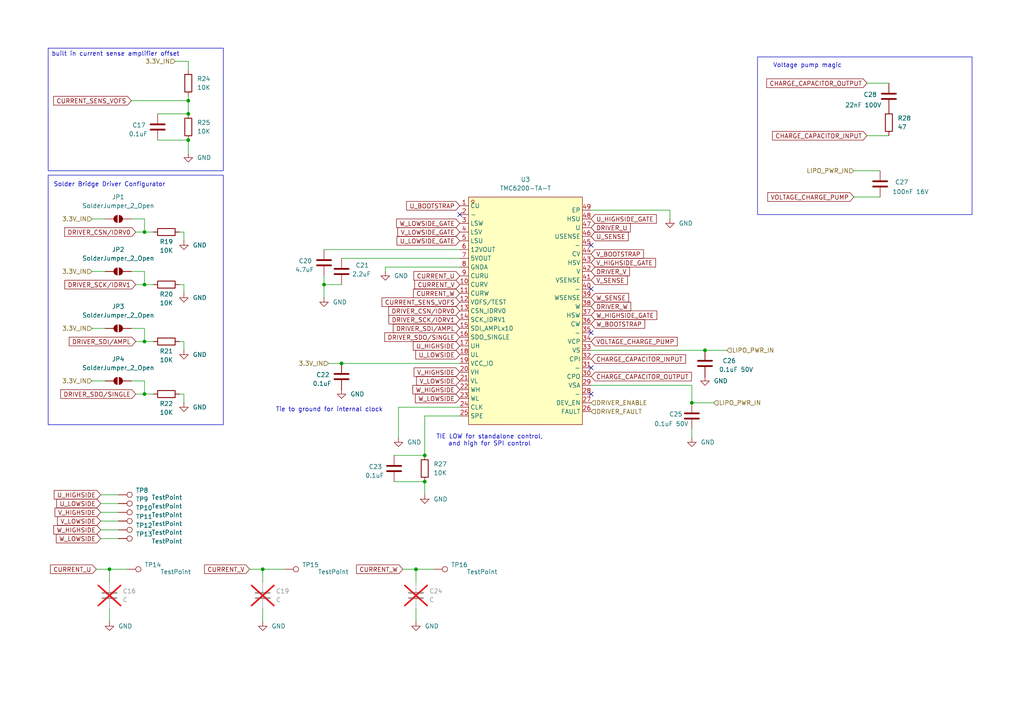
<source format=kicad_sch>
(kicad_sch (version 20250114) (generator "eeschema") (generator_version "9.0")
  (paper "A4")
  (lib_symbols
    (symbol "Connector:TestPoint" (pin_numbers (hide yes)) (pin_names (offset 0.762) (hide yes))
      (property "Reference" "TP" (at 0 6.858 0))
      (property "Value" "TestPoint" (at 0 5.08 0))
      (symbol "TestPoint_0_1"
        (circle (center 0 3.302) (radius 0.762))
      )
      (symbol "TestPoint_1_1"
        (pin passive line (at 0 0 90) (length 2.54) (name "1") (number "1"))
      )
    )
    (symbol "Device:C" (pin_numbers (hide yes)) (pin_names (offset 0.254))
      (property "Reference" "C" (at 0.635 2.54 0))
      (property "Value" "C" (at 0.635 -2.54 0))
      (symbol "C_0_1"
        (polyline (pts (xy -2.032 0.762) (xy 2.032 0.762)) (stroke (width 0.508)))
        (polyline (pts (xy -2.032 -0.762) (xy 2.032 -0.762)) (stroke (width 0.508)))
      )
      (symbol "C_1_1"
        (pin passive line (at 0 3.81 270) (length 2.794) (name "~") (number "1"))
        (pin passive line (at 0 -3.81 90) (length 2.794) (name "~") (number "2"))
      )
    )
    (symbol "Device:R" (pin_numbers (hide yes)) (pin_names (offset 0))
      (property "Reference" "R" (at 2.032 0 90))
      (property "Value" "R" (at 0 0 90))
      (symbol "R_0_1"
        (rectangle (start -1.016 -2.54) (end 1.016 2.54) (stroke (width 0.254)))
      )
      (symbol "R_1_1"
        (pin passive line (at 0 3.81 270) (length 1.27) (name "~") (number "1"))
        (pin passive line (at 0 -3.81 90) (length 1.27) (name "~") (number "2"))
      )
    )
    (symbol "Jumper:SolderJumper_2_Open" (pin_numbers (hide yes)) (pin_names (offset 0) (hide yes)) (in_bom no)
      (property "Reference" "JP" (at 0 2.032 0))
      (property "Value" "SolderJumper_2_Open" (at 0 -2.54 0))
      (symbol "SolderJumper_2_Open_0_1"
        (polyline (pts (xy -0.254 1.016) (xy -0.254 -1.016)))
        (arc (start -0.254 -1.016) (mid -1.2656 0) (end -0.254 1.016))
        (arc (start -0.254 -1.016) (mid -1.2656 0) (end -0.254 1.016) (fill (type outline)))
        (arc (start 0.254 1.016) (mid 1.2656 0) (end 0.254 -1.016))
        (arc (start 0.254 1.016) (mid 1.2656 0) (end 0.254 -1.016) (fill (type outline)))
        (polyline (pts (xy 0.254 1.016) (xy 0.254 -1.016)))
      )
      (symbol "SolderJumper_2_Open_1_1"
        (pin passive line (at -3.81 0 0) (length 2.54) (name "A") (number "1"))
        (pin passive line (at 3.81 0 180) (length 2.54) (name "B") (number "2"))
      )
    )
    (symbol "easyeda2kicad:TMC6200-TA-T"
      (property "Reference" "U" (at 0 35.56 0))
      (property "Value" "TMC6200-TA-T" (at 0 -35.56 0))
      (symbol "TMC6200-TA-T_0_1"
        (rectangle (start -16.51 33.02) (end 16.51 -33.02) (fill (type background)))
        (circle (center -15.24 31.75) (radius 0.38))
        (pin unspecified line (at -19.05 30.48 0) (length 2.54) (name "CU") (number "1"))
        (pin unspecified line (at -19.05 27.94 0) (length 2.54) (name "-") (number "2"))
        (pin unspecified line (at -19.05 25.4 0) (length 2.54) (name "LSW") (number "3"))
        (pin unspecified line (at -19.05 22.86 0) (length 2.54) (name "LSV") (number "4"))
        (pin unspecified line (at -19.05 20.32 0) (length 2.54) (name "LSU") (number "5"))
        (pin unspecified line (at -19.05 17.78 0) (length 2.54) (name "12VOUT") (number "6"))
        (pin unspecified line (at -19.05 15.24 0) (length 2.54) (name "5VOUT") (number "7"))
        (pin unspecified line (at -19.05 12.7 0) (length 2.54) (name "GNDA") (number "8"))
        (pin unspecified line (at -19.05 10.16 0) (length 2.54) (name "CURU") (number "9"))
        (pin unspecified line (at -19.05 7.62 0) (length 2.54) (name "CURV") (number "10"))
        (pin unspecified line (at -19.05 5.08 0) (length 2.54) (name "CURW") (number "11"))
        (pin unspecified line (at -19.05 2.54 0) (length 2.54) (name "VOFS/TEST") (number "12"))
        (pin unspecified line (at -19.05 0 0) (length 2.54) (name "CSN_IDRV0") (number "13"))
        (pin unspecified line (at -19.05 -2.54 0) (length 2.54) (name "SCK_IDRV1") (number "14"))
        (pin unspecified line (at -19.05 -5.08 0) (length 2.54) (name "SDI_AMPLx10") (number "15"))
        (pin unspecified line (at -19.05 -7.62 0) (length 2.54) (name "SDO_SINGLE") (number "16"))
        (pin unspecified line (at -19.05 -10.16 0) (length 2.54) (name "UH") (number "17"))
        (pin unspecified line (at -19.05 -12.7 0) (length 2.54) (name "UL") (number "18"))
        (pin unspecified line (at -19.05 -15.24 0) (length 2.54) (name "VCC_IO") (number "19"))
        (pin unspecified line (at -19.05 -17.78 0) (length 2.54) (name "VH") (number "20"))
        (pin unspecified line (at -19.05 -20.32 0) (length 2.54) (name "VL") (number "21"))
        (pin unspecified line (at -19.05 -22.86 0) (length 2.54) (name "WH") (number "22"))
        (pin unspecified line (at -19.05 -25.4 0) (length 2.54) (name "WL") (number "23"))
        (pin unspecified line (at -19.05 -27.94 0) (length 2.54) (name "CLK") (number "24"))
        (pin unspecified line (at -19.05 -30.48 0) (length 2.54) (name "SPE") (number "25"))
        (pin unspecified line (at 19.05 29.21 180) (length 2.54) (name "EP") (number "49"))
        (pin unspecified line (at 19.05 26.67 180) (length 2.54) (name "HSU") (number "48"))
        (pin unspecified line (at 19.05 24.13 180) (length 2.54) (name "U") (number "47"))
        (pin unspecified line (at 19.05 21.59 180) (length 2.54) (name "USENSE") (number "46"))
        (pin unspecified line (at 19.05 19.05 180) (length 2.54) (name "-") (number "45"))
        (pin unspecified line (at 19.05 16.51 180) (length 2.54) (name "CV") (number "44"))
        (pin unspecified line (at 19.05 13.97 180) (length 2.54) (name "HSV") (number "43"))
        (pin unspecified line (at 19.05 11.43 180) (length 2.54) (name "V") (number "42"))
        (pin unspecified line (at 19.05 8.89 180) (length 2.54) (name "VSENSE") (number "41"))
        (pin unspecified line (at 19.05 6.35 180) (length 2.54) (name "-") (number "40"))
        (pin unspecified line (at 19.05 3.81 180) (length 2.54) (name "WSENSE") (number "39"))
        (pin unspecified line (at 19.05 1.27 180) (length 2.54) (name "W") (number "38"))
        (pin unspecified line (at 19.05 -1.27 180) (length 2.54) (name "HSW") (number "37"))
        (pin unspecified line (at 19.05 -3.81 180) (length 2.54) (name "CW") (number "36"))
        (pin unspecified line (at 19.05 -6.35 180) (length 2.54) (name "-") (number "35"))
        (pin unspecified line (at 19.05 -8.89 180) (length 2.54) (name "VCP") (number "34"))
        (pin unspecified line (at 19.05 -11.43 180) (length 2.54) (name "VS") (number "33"))
        (pin unspecified line (at 19.05 -13.97 180) (length 2.54) (name "CPI") (number "32"))
        (pin unspecified line (at 19.05 -16.51 180) (length 2.54) (name "-") (number "31"))
        (pin unspecified line (at 19.05 -19.05 180) (length 2.54) (name "CPO") (number "30"))
        (pin unspecified line (at 19.05 -21.59 180) (length 2.54) (name "VSA") (number "29"))
        (pin unspecified line (at 19.05 -24.13 180) (length 2.54) (name "-") (number "28"))
        (pin unspecified line (at 19.05 -26.67 180) (length 2.54) (name "DEV_EN") (number "27"))
        (pin unspecified line (at 19.05 -29.21 180) (length 2.54) (name "FAULT") (number "26"))
      )
    )
    (symbol "power:GND" (power) (pin_numbers (hide yes)) (pin_names (offset 0) (hide yes))
      (property "Value" "GND" (at 0 -3.81 0))
      (symbol "GND_0_1"
        (polyline (pts (xy 0 0) (xy 0 -1.27) (xy 1.27 -1.27) (xy 0 -2.54) (xy -1.27 -1.27) (xy 0 -1.27)))
      )
      (symbol "GND_1_1"
        (pin power_in line (at 0 0 270) (length 0) (name "~") (number "1"))
      )
    )
  )
  (rectangle (start 219.71 16.51) (end 281.94 62.23))
  (rectangle (start 13.97 50.8) (end 64.77 123.19))
  (rectangle (start 13.97 13.97) (end 64.77 49.53))
  (text "built in current sense amplifier offset" (at 33.528 15.748 0) (effects (font (size 1.27 1.27))))
  (text "Voltage pump magic" (at 234.188 19.05 0) (effects (font (size 1.27 1.27))))
  (text "Tie to ground for internal clock" (at 95.504 118.872 0) (effects (font (size 1.27 1.27))))
  (text "Solder Bridge Driver Configurator" (at 31.75 53.594 0) (effects (font (size 1.27 1.27))))
  (text "TIE LOW for standalone control,\nand high for SPI control" (at 141.986 127.762 0) (effects (font (size 1.27 1.27))))
  (junction (at 41.91 82.55))
  (junction (at 54.61 33.02))
  (junction (at 120.65 165.1))
  (junction (at 76.2 165.1))
  (junction (at 200.66 116.84))
  (junction (at 99.06 105.41))
  (junction (at 41.91 67.31))
  (junction (at 41.91 99.06))
  (junction (at 41.91 114.3))
  (junction (at 123.19 139.7))
  (junction (at 93.98 82.55))
  (junction (at 204.47 101.6))
  (junction (at 54.61 40.64))
  (junction (at 54.61 29.21))
  (junction (at 31.75 165.1))
  (junction (at 123.19 132.08))
  (no_connect (at 171.45 114.3))
  (no_connect (at 171.45 83.82))
  (no_connect (at 171.45 71.12))
  (no_connect (at 171.45 96.52))
  (no_connect (at 171.45 106.68))
  (no_connect (at 133.35 62.23))
  (wire (pts (xy 26.67 78.74) (xy 30.48 78.74)))
  (wire (pts (xy 114.3 139.7) (xy 123.19 139.7)))
  (wire (pts (xy 54.61 29.21) (xy 54.61 33.02)))
  (wire (pts (xy 93.98 82.55) (xy 93.98 86.36)))
  (wire (pts (xy 39.37 99.06) (xy 41.91 99.06)))
  (wire (pts (xy 251.46 39.37) (xy 257.81 39.37)))
  (wire (pts (xy 29.21 156.21) (xy 34.29 156.21)))
  (wire (pts (xy 171.45 111.76) (xy 200.66 111.76)))
  (wire (pts (xy 41.91 114.3) (xy 44.45 114.3)))
  (wire (pts (xy 171.45 101.6) (xy 204.47 101.6)))
  (wire (pts (xy 115.57 118.11) (xy 115.57 127)))
  (wire (pts (xy 53.34 114.3) (xy 53.34 116.84)))
  (wire (pts (xy 26.67 110.49) (xy 30.48 110.49)))
  (wire (pts (xy 120.65 176.53) (xy 120.65 180.34)))
  (wire (pts (xy 41.91 99.06) (xy 44.45 99.06)))
  (wire (pts (xy 41.91 110.49) (xy 41.91 114.3)))
  (wire (pts (xy 99.06 105.41) (xy 133.35 105.41)))
  (wire (pts (xy 99.06 82.55) (xy 93.98 82.55)))
  (wire (pts (xy 54.61 27.94) (xy 54.61 29.21)))
  (wire (pts (xy 200.66 116.84) (xy 207.01 116.84)))
  (wire (pts (xy 204.47 101.6) (xy 210.82 101.6)))
  (wire (pts (xy 114.3 132.08) (xy 123.19 132.08)))
  (wire (pts (xy 41.91 67.31) (xy 44.45 67.31)))
  (wire (pts (xy 120.65 165.1) (xy 120.65 168.91)))
  (wire (pts (xy 38.1 29.21) (xy 54.61 29.21)))
  (wire (pts (xy 41.91 63.5) (xy 41.91 67.31)))
  (wire (pts (xy 76.2 165.1) (xy 76.2 168.91)))
  (wire (pts (xy 26.67 63.5) (xy 30.48 63.5)))
  (wire (pts (xy 93.98 80.01) (xy 93.98 82.55)))
  (wire (pts (xy 27.94 165.1) (xy 31.75 165.1)))
  (wire (pts (xy 76.2 165.1) (xy 82.55 165.1)))
  (wire (pts (xy 123.19 139.7) (xy 123.19 143.51)))
  (wire (pts (xy 194.31 63.5) (xy 194.31 60.96)))
  (wire (pts (xy 200.66 127) (xy 200.66 124.46)))
  (wire (pts (xy 26.67 95.25) (xy 30.48 95.25)))
  (wire (pts (xy 200.66 111.76) (xy 200.66 116.84)))
  (wire (pts (xy 123.19 120.65) (xy 123.19 132.08)))
  (wire (pts (xy 29.21 153.67) (xy 34.29 153.67)))
  (wire (pts (xy 41.91 95.25) (xy 41.91 99.06)))
  (wire (pts (xy 99.06 74.93) (xy 133.35 74.93)))
  (wire (pts (xy 38.1 95.25) (xy 41.91 95.25)))
  (wire (pts (xy 39.37 82.55) (xy 41.91 82.55)))
  (wire (pts (xy 52.07 67.31) (xy 53.34 67.31)))
  (wire (pts (xy 95.25 105.41) (xy 99.06 105.41)))
  (wire (pts (xy 72.39 165.1) (xy 76.2 165.1)))
  (wire (pts (xy 38.1 110.49) (xy 41.91 110.49)))
  (wire (pts (xy 111.76 77.47) (xy 111.76 78.74)))
  (wire (pts (xy 41.91 82.55) (xy 44.45 82.55)))
  (wire (pts (xy 251.46 24.13) (xy 257.81 24.13)))
  (wire (pts (xy 53.34 99.06) (xy 53.34 101.6)))
  (wire (pts (xy 50.8 17.78) (xy 54.61 17.78)))
  (wire (pts (xy 45.72 40.64) (xy 54.61 40.64)))
  (wire (pts (xy 53.34 67.31) (xy 53.34 69.85)))
  (wire (pts (xy 29.21 143.51) (xy 34.29 143.51)))
  (wire (pts (xy 38.1 78.74) (xy 41.91 78.74)))
  (wire (pts (xy 133.35 120.65) (xy 123.19 120.65)))
  (wire (pts (xy 247.65 49.53) (xy 255.27 49.53)))
  (wire (pts (xy 31.75 165.1) (xy 31.75 168.91)))
  (wire (pts (xy 52.07 82.55) (xy 53.34 82.55)))
  (wire (pts (xy 29.21 151.13) (xy 34.29 151.13)))
  (wire (pts (xy 41.91 78.74) (xy 41.91 82.55)))
  (wire (pts (xy 29.21 148.59) (xy 34.29 148.59)))
  (wire (pts (xy 120.65 165.1) (xy 125.73 165.1)))
  (wire (pts (xy 31.75 165.1) (xy 36.83 165.1)))
  (wire (pts (xy 115.57 118.11) (xy 133.35 118.11)))
  (wire (pts (xy 54.61 17.78) (xy 54.61 20.32)))
  (wire (pts (xy 29.21 146.05) (xy 34.29 146.05)))
  (wire (pts (xy 54.61 40.64) (xy 54.61 44.45)))
  (wire (pts (xy 39.37 114.3) (xy 41.91 114.3)))
  (wire (pts (xy 93.98 72.39) (xy 133.35 72.39)))
  (wire (pts (xy 31.75 176.53) (xy 31.75 180.34)))
  (wire (pts (xy 45.72 33.02) (xy 54.61 33.02)))
  (wire (pts (xy 76.2 176.53) (xy 76.2 180.34)))
  (wire (pts (xy 52.07 99.06) (xy 53.34 99.06)))
  (wire (pts (xy 194.31 60.96) (xy 171.45 60.96)))
  (wire (pts (xy 52.07 114.3) (xy 53.34 114.3)))
  (wire (pts (xy 133.35 77.47) (xy 111.76 77.47)))
  (wire (pts (xy 39.37 67.31) (xy 41.91 67.31)))
  (wire (pts (xy 247.65 57.15) (xy 255.27 57.15)))
  (wire (pts (xy 38.1 63.5) (xy 41.91 63.5)))
  (wire (pts (xy 53.34 82.55) (xy 53.34 85.09)))
  (wire (pts (xy 116.84 165.1) (xy 120.65 165.1)))
  (global_label "U_LOWSIDE" (shape input) (at 29.21 146.05 180) (property "Intersheetrefs" "${INTERSHEET_REFS}" (effects (hide yes))))
  (global_label "CURRENT_W" (shape input) (at 133.35 85.09 180) (property "Intersheetrefs" "${INTERSHEET_REFS}" (effects (hide yes))))
  (global_label "V_SENSE" (shape input) (at 171.45 81.28 0) (property "Intersheetrefs" "${INTERSHEET_REFS}" (effects (hide yes))))
  (global_label "V_LOWSIDE_GATE" (shape input) (at 133.35 67.31 180) (property "Intersheetrefs" "${INTERSHEET_REFS}" (effects (hide yes))))
  (global_label "DRIVER_SDI{slash}AMPL" (shape input) (at 133.35 95.25 180) (property "Intersheetrefs" "${INTERSHEET_REFS}" (effects (hide yes))))
  (global_label "DRIVER_SCK{slash}IDRV1" (shape input) (at 133.35 92.71 180) (property "Intersheetrefs" "${INTERSHEET_REFS}" (effects (hide yes))))
  (global_label "W_HIGHSIDE" (shape input) (at 133.35 113.03 180) (property "Intersheetrefs" "${INTERSHEET_REFS}" (effects (hide yes))))
  (global_label "W_LOWSIDE_GATE" (shape input) (at 133.35 64.77 180) (property "Intersheetrefs" "${INTERSHEET_REFS}" (effects (hide yes))))
  (global_label "W_BOOTSTRAP" (shape input) (at 171.45 93.98 0) (property "Intersheetrefs" "${INTERSHEET_REFS}" (effects (hide yes))))
  (global_label "V_HIGHSIDE_GATE" (shape input) (at 171.45 76.2 0) (property "Intersheetrefs" "${INTERSHEET_REFS}" (effects (hide yes))))
  (global_label "CHARGE_CAPACITOR_INPUT" (shape input) (at 171.45 104.14 0) (property "Intersheetrefs" "${INTERSHEET_REFS}" (effects (hide yes))))
  (global_label "U_SENSE" (shape input) (at 171.45 68.58 0) (property "Intersheetrefs" "${INTERSHEET_REFS}" (effects (hide yes))))
  (global_label "U_HIGHSIDE_GATE" (shape input) (at 171.45 63.5 0) (property "Intersheetrefs" "${INTERSHEET_REFS}" (effects (hide yes))))
  (global_label "CHARGE_CAPACITOR_INPUT" (shape input) (at 251.46 39.37 180) (property "Intersheetrefs" "${INTERSHEET_REFS}" (effects (hide yes))))
  (global_label "CURRENT_SENS_VOFS" (shape input) (at 133.35 87.63 180) (property "Intersheetrefs" "${INTERSHEET_REFS}" (effects (hide yes))))
  (global_label "CURRENT_V" (shape input) (at 133.35 82.55 180) (property "Intersheetrefs" "${INTERSHEET_REFS}" (effects (hide yes))))
  (global_label "W_HIGHSIDE" (shape input) (at 29.21 153.67 180) (property "Intersheetrefs" "${INTERSHEET_REFS}" (effects (hide yes))))
  (global_label "DRIVER_U" (shape input) (at 171.45 66.04 0) (property "Intersheetrefs" "${INTERSHEET_REFS}" (effects (hide yes))))
  (global_label "VOLTAGE_CHARGE_PUMP" (shape input) (at 247.65 57.15 180) (property "Intersheetrefs" "${INTERSHEET_REFS}" (effects (hide yes))))
  (global_label "DRIVER_SDI{slash}AMPL" (shape input) (at 39.37 99.06 180) (property "Intersheetrefs" "${INTERSHEET_REFS}" (effects (hide yes))))
  (global_label "DRIVER_SCK{slash}IDRV1" (shape input) (at 39.37 82.55 180) (property "Intersheetrefs" "${INTERSHEET_REFS}" (effects (hide yes))))
  (global_label "CURRENT_W" (shape input) (at 116.84 165.1 180) (property "Intersheetrefs" "${INTERSHEET_REFS}" (effects (hide yes))))
  (global_label "U_HIGHSIDE" (shape input) (at 133.35 100.33 180) (property "Intersheetrefs" "${INTERSHEET_REFS}" (effects (hide yes))))
  (global_label "CURRENT_SENS_VOFS" (shape input) (at 38.1 29.21 180) (property "Intersheetrefs" "${INTERSHEET_REFS}" (effects (hide yes))))
  (global_label "DRIVER_SDO{slash}SINGLE" (shape input) (at 39.37 114.3 180) (property "Intersheetrefs" "${INTERSHEET_REFS}" (effects (hide yes))))
  (global_label "W_HIGHSIDE_GATE" (shape input) (at 171.45 91.44 0) (property "Intersheetrefs" "${INTERSHEET_REFS}" (effects (hide yes))))
  (global_label "U_HIGHSIDE" (shape input) (at 29.21 143.51 180) (property "Intersheetrefs" "${INTERSHEET_REFS}" (effects (hide yes))))
  (global_label "U_LOWSIDE_GATE" (shape input) (at 133.35 69.85 180) (property "Intersheetrefs" "${INTERSHEET_REFS}" (effects (hide yes))))
  (global_label "W_LOWSIDE" (shape input) (at 29.21 156.21 180) (property "Intersheetrefs" "${INTERSHEET_REFS}" (effects (hide yes))))
  (global_label "V_BOOTSTRAP" (shape input) (at 171.45 73.66 0) (property "Intersheetrefs" "${INTERSHEET_REFS}" (effects (hide yes))))
  (global_label "DRIVER_CSN{slash}IDRV0" (shape input) (at 39.37 67.31 180) (property "Intersheetrefs" "${INTERSHEET_REFS}" (effects (hide yes))))
  (global_label "CHARGE_CAPACITOR_OUTPUT" (shape input) (at 171.45 109.22 0) (property "Intersheetrefs" "${INTERSHEET_REFS}" (effects (hide yes))))
  (global_label "CHARGE_CAPACITOR_OUTPUT" (shape input) (at 251.46 24.13 180) (property "Intersheetrefs" "${INTERSHEET_REFS}" (effects (hide yes))))
  (global_label "DRIVER_V" (shape input) (at 171.45 78.74 0) (property "Intersheetrefs" "${INTERSHEET_REFS}" (effects (hide yes))))
  (global_label "V_LOWSIDE" (shape input) (at 133.35 110.49 180) (property "Intersheetrefs" "${INTERSHEET_REFS}" (effects (hide yes))))
  (global_label "V_HIGHSIDE" (shape input) (at 133.35 107.95 180) (property "Intersheetrefs" "${INTERSHEET_REFS}" (effects (hide yes))))
  (global_label "U_BOOTSTRAP" (shape input) (at 133.35 59.69 180) (property "Intersheetrefs" "${INTERSHEET_REFS}" (effects (hide yes))))
  (global_label "VOLTAGE_CHARGE_PUMP" (shape input) (at 171.45 99.06 0) (property "Intersheetrefs" "${INTERSHEET_REFS}" (effects (hide yes))))
  (global_label "W_SENSE" (shape input) (at 171.45 86.36 0) (property "Intersheetrefs" "${INTERSHEET_REFS}" (effects (hide yes))))
  (global_label "V_LOWSIDE" (shape input) (at 29.21 151.13 180) (property "Intersheetrefs" "${INTERSHEET_REFS}" (effects (hide yes))))
  (global_label "DRIVER_CSN{slash}IDRV0" (shape input) (at 133.35 90.17 180) (property "Intersheetrefs" "${INTERSHEET_REFS}" (effects (hide yes))))
  (global_label "W_LOWSIDE" (shape input) (at 133.35 115.57 180) (property "Intersheetrefs" "${INTERSHEET_REFS}" (effects (hide yes))))
  (global_label "V_HIGHSIDE" (shape input) (at 29.21 148.59 180) (property "Intersheetrefs" "${INTERSHEET_REFS}" (effects (hide yes))))
  (global_label "DRIVER_SDO{slash}SINGLE" (shape input) (at 133.35 97.79 180) (property "Intersheetrefs" "${INTERSHEET_REFS}" (effects (hide yes))))
  (global_label "CURRENT_U" (shape input) (at 27.94 165.1 180) (property "Intersheetrefs" "${INTERSHEET_REFS}" (effects (hide yes))))
  (global_label "DRIVER_W" (shape input) (at 171.45 88.9 0) (property "Intersheetrefs" "${INTERSHEET_REFS}" (effects (hide yes))))
  (global_label "CURRENT_V" (shape input) (at 72.39 165.1 180) (property "Intersheetrefs" "${INTERSHEET_REFS}" (effects (hide yes))))
  (global_label "U_LOWSIDE" (shape input) (at 133.35 102.87 180) (property "Intersheetrefs" "${INTERSHEET_REFS}" (effects (hide yes))))
  (global_label "CURRENT_U" (shape input) (at 133.35 80.01 180) (property "Intersheetrefs" "${INTERSHEET_REFS}" (effects (hide yes))))
  (hierarchical_label "LIPO_PWR_IN" (shape input) (at 207.01 116.84 0))
  (hierarchical_label "3.3V_IN" (shape input) (at 50.8 17.78 180))
  (hierarchical_label "3.3V_IN" (shape input) (at 95.25 105.41 180))
  (hierarchical_label "3.3V_IN" (shape input) (at 26.67 78.74 180))
  (hierarchical_label "DRIVER_FAULT" (shape input) (at 171.45 119.38 0))
  (hierarchical_label "LIPO_PWR_IN" (shape input) (at 210.82 101.6 0))
  (hierarchical_label "DRIVER_ENABLE" (shape input) (at 171.45 116.84 0))
  (hierarchical_label "3.3V_IN" (shape input) (at 26.67 110.49 180))
  (hierarchical_label "3.3V_IN" (shape input) (at 26.67 95.25 180))
  (hierarchical_label "3.3V_IN" (shape input) (at 26.67 63.5 180))
  (hierarchical_label "LIPO_PWR_IN" (shape input) (at 247.65 49.53 180))
  (symbol (lib_id "Connector:TestPoint") (at 34.29 153.67 270) (unit 1)
    (property "Reference" "TP12" (at 39.37 152.3999 90) (effects (justify left)))
    (property "Value" "TestPoint" (at 43.942 154.432 90) (effects (justify left)))
    (property "Footprint" "TestPoint:TestPoint_Pad_D2.0mm" (effects (hide yes)))
    (property "Description" "test point" (effects (hide yes)))
  )
  (symbol (lib_id "power:GND") (at 53.34 69.85 0) (unit 1)
    (property "Reference" "#PWR016" (effects (hide yes)))
    (property "Value" "GND" (at 55.88 71.1199 0) (effects (justify left)))
    (property "Description" "Power symbol creates a global label with name \"GND\" , ground" (effects (hide yes)))
  )
  (symbol (lib_id "Jumper:SolderJumper_2_Open") (at 34.29 95.25 0) (unit 1) (in_bom no)
    (property "Reference" "JP3" (at 34.29 88.9 0))
    (property "Value" "SolderJumper_2_Open" (at 34.29 91.44 0))
    (property "Footprint" "Jumper:SolderJumper-2_P1.3mm_Open_TrianglePad1.0x1.5mm" (effects (hide yes)))
    (property "Description" "Solder Jumper, 2-pole, open" (effects (hide yes)))
  )
  (symbol (lib_id "power:GND") (at 53.34 116.84 0) (unit 1)
    (property "Reference" "#PWR019" (effects (hide yes)))
    (property "Value" "GND" (at 55.88 118.1099 0) (effects (justify left)))
    (property "Description" "Power symbol creates a global label with name \"GND\" , ground" (effects (hide yes)))
  )
  (symbol (lib_id "Device:C") (at 114.3 135.89 0) (unit 1)
    (property "Reference" "C23" (at 106.934 135.382 0) (effects (justify left)))
    (property "Value" "0.1uF" (at 105.918 137.922 0) (effects (justify left)))
    (property "Footprint" "Capacitor_SMD:C_0805_2012Metric_Pad1.18x1.45mm_HandSolder" (effects (hide yes)))
    (property "Description" "Unpolarized capacitor" (effects (hide yes)))
  )
  (symbol (lib_id "Device:R") (at 48.26 82.55 90) (unit 1)
    (property "Reference" "R20" (at 48.26 85.344 90))
    (property "Value" "10K" (at 48.26 87.884 90))
    (property "Footprint" "Resistor_SMD:R_0805_2012Metric_Pad1.20x1.40mm_HandSolder" (effects (hide yes)))
    (property "Description" "Resistor" (effects (hide yes)))
  )
  (symbol (lib_id "Device:C") (at 255.27 53.34 0) (unit 1)
    (property "Reference" "C27" (at 259.588 52.832 0) (effects (justify left)))
    (property "Value" "100nF 16V" (at 258.826 55.626 0) (effects (justify left)))
    (property "Footprint" "Capacitor_SMD:C_0805_2012Metric_Pad1.18x1.45mm_HandSolder" (effects (hide yes)))
    (property "Description" "Unpolarized capacitor" (effects (hide yes)))
  )
  (symbol (lib_id "Device:C") (at 93.98 76.2 0) (unit 1)
    (property "Reference" "C20" (at 86.614 75.692 0) (effects (justify left)))
    (property "Value" "4.7uF" (at 85.598 78.232 0) (effects (justify left)))
    (property "Footprint" "Capacitor_SMD:C_0805_2012Metric_Pad1.18x1.45mm_HandSolder" (effects (hide yes)))
    (property "Description" "Unpolarized capacitor" (effects (hide yes)))
  )
  (symbol (lib_id "Device:R") (at 123.19 135.89 0) (unit 1)
    (property "Reference" "R27" (at 125.73 134.6199 0) (effects (justify left)))
    (property "Value" "10K" (at 125.73 137.1599 0) (effects (justify left)))
    (property "Footprint" "Resistor_SMD:R_0805_2012Metric_Pad1.20x1.40mm_HandSolder" (effects (hide yes)))
    (property "Description" "Resistor" (effects (hide yes)))
  )
  (symbol (lib_id "power:GND") (at 31.75 180.34 0) (unit 1)
    (property "Reference" "#PWR037" (effects (hide yes)))
    (property "Value" "GND" (at 34.29 181.6099 0) (effects (justify left)))
    (property "Description" "Power symbol creates a global label with name \"GND\" , ground" (effects (hide yes)))
  )
  (symbol (lib_id "power:GND") (at 111.76 78.74 0) (unit 1)
    (property "Reference" "#PWR042" (effects (hide yes)))
    (property "Value" "GND" (at 114.3 80.0099 0) (effects (justify left)))
    (property "Description" "Power symbol creates a global label with name \"GND\" , ground" (effects (hide yes)))
  )
  (symbol (lib_id "Connector:TestPoint") (at 34.29 151.13 270) (unit 1)
    (property "Reference" "TP11" (at 39.37 149.8599 90) (effects (justify left)))
    (property "Value" "TestPoint" (at 43.942 151.892 90) (effects (justify left)))
    (property "Footprint" "TestPoint:TestPoint_Pad_D2.0mm" (effects (hide yes)))
    (property "Description" "test point" (effects (hide yes)))
  )
  (symbol (lib_id "Connector:TestPoint") (at 34.29 143.51 270) (unit 1)
    (property "Reference" "TP8" (at 39.37 142.2399 90) (effects (justify left)))
    (property "Value" "TestPoint" (at 43.942 144.272 90) (effects (justify left)))
    (property "Footprint" "TestPoint:TestPoint_Pad_D2.0mm" (effects (hide yes)))
    (property "Description" "test point" (effects (hide yes)))
  )
  (symbol (lib_id "Device:C") (at 99.06 109.22 0) (unit 1)
    (property "Reference" "C22" (at 91.694 108.712 0) (effects (justify left)))
    (property "Value" "0.1uF" (at 90.678 111.252 0) (effects (justify left)))
    (property "Footprint" "Capacitor_SMD:C_0805_2012Metric_Pad1.18x1.45mm_HandSolder" (effects (hide yes)))
    (property "Description" "Unpolarized capacitor" (effects (hide yes)))
  )
  (symbol (lib_id "power:GND") (at 93.98 86.36 0) (unit 1)
    (property "Reference" "#PWR021" (effects (hide yes)))
    (property "Value" "GND" (at 96.52 87.6299 0) (effects (justify left)))
    (property "Description" "Power symbol creates a global label with name \"GND\" , ground" (effects (hide yes)))
  )
  (symbol (lib_id "Connector:TestPoint") (at 34.29 148.59 270) (unit 1)
    (property "Reference" "TP10" (at 39.37 147.3199 90) (effects (justify left)))
    (property "Value" "TestPoint" (at 43.942 149.352 90) (effects (justify left)))
    (property "Footprint" "TestPoint:TestPoint_Pad_D2.0mm" (effects (hide yes)))
    (property "Description" "test point" (effects (hide yes)))
  )
  (symbol (lib_id "Device:C") (at 76.2 172.72 0) (unit 1) (dnp yes)
    (property "Reference" "C19" (at 80.01 171.4499 0) (effects (justify left)))
    (property "Value" "C" (at 80.01 173.9899 0) (effects (justify left)))
    (property "Footprint" "Capacitor_SMD:C_0805_2012Metric_Pad1.18x1.45mm_HandSolder" (effects (hide yes)))
    (property "Description" "Unpolarized capacitor" (effects (hide yes)))
  )
  (symbol (lib_id "Jumper:SolderJumper_2_Open") (at 34.29 63.5 0) (unit 1) (in_bom no)
    (property "Reference" "JP1" (at 34.29 57.15 0))
    (property "Value" "SolderJumper_2_Open" (at 34.29 59.69 0))
    (property "Footprint" "Jumper:SolderJumper-2_P1.3mm_Open_TrianglePad1.0x1.5mm" (effects (hide yes)))
    (property "Description" "Solder Jumper, 2-pole, open" (effects (hide yes)))
  )
  (symbol (lib_id "power:GND") (at 194.31 63.5 0) (unit 1)
    (property "Reference" "#PWR055" (effects (hide yes)))
    (property "Value" "GND" (at 196.85 64.7699 0) (effects (justify left)))
    (property "Description" "Power symbol creates a global label with name \"GND\" , ground" (effects (hide yes)))
  )
  (symbol (lib_id "Device:C") (at 45.72 36.83 0) (unit 1)
    (property "Reference" "C17" (at 38.354 36.322 0) (effects (justify left)))
    (property "Value" "0.1uF" (at 37.338 38.862 0) (effects (justify left)))
    (property "Footprint" "Capacitor_SMD:C_0805_2012Metric_Pad1.18x1.45mm_HandSolder" (effects (hide yes)))
    (property "Description" "Unpolarized capacitor" (effects (hide yes)))
  )
  (symbol (lib_id "Device:R") (at 48.26 67.31 90) (unit 1)
    (property "Reference" "R19" (at 48.26 70.104 90))
    (property "Value" "10K" (at 48.26 72.644 90))
    (property "Footprint" "Resistor_SMD:R_0805_2012Metric_Pad1.20x1.40mm_HandSolder" (effects (hide yes)))
    (property "Description" "Resistor" (effects (hide yes)))
  )
  (symbol (lib_id "Connector:TestPoint") (at 82.55 165.1 270) (unit 1)
    (property "Reference" "TP15" (at 87.63 163.8299 90) (effects (justify left)))
    (property "Value" "TestPoint" (at 92.202 165.862 90) (effects (justify left)))
    (property "Footprint" "TestPoint:TestPoint_Pad_D2.0mm" (effects (hide yes)))
    (property "Description" "test point" (effects (hide yes)))
  )
  (symbol (lib_id "Device:C") (at 257.81 27.94 0) (unit 1)
    (property "Reference" "C28" (at 250.444 27.432 0) (effects (justify left)))
    (property "Value" "22nF 100V" (at 245.11 30.48 0) (effects (justify left)))
    (property "Footprint" "Capacitor_SMD:C_0805_2012Metric_Pad1.18x1.45mm_HandSolder" (effects (hide yes)))
    (property "Description" "Unpolarized capacitor" (effects (hide yes)))
  )
  (symbol (lib_id "power:GND") (at 115.57 127 0) (unit 1)
    (property "Reference" "#PWR024" (effects (hide yes)))
    (property "Value" "GND" (at 118.11 128.2699 0) (effects (justify left)))
    (property "Description" "Power symbol creates a global label with name \"GND\" , ground" (effects (hide yes)))
  )
  (symbol (lib_id "Device:R") (at 48.26 99.06 90) (unit 1)
    (property "Reference" "R21" (at 48.26 101.854 90))
    (property "Value" "10K" (at 48.26 104.394 90))
    (property "Footprint" "Resistor_SMD:R_0805_2012Metric_Pad1.20x1.40mm_HandSolder" (effects (hide yes)))
    (property "Description" "Resistor" (effects (hide yes)))
  )
  (symbol (lib_id "Device:R") (at 54.61 36.83 0) (unit 1)
    (property "Reference" "R25" (at 57.15 35.5599 0) (effects (justify left)))
    (property "Value" "10K" (at 57.15 38.0999 0) (effects (justify left)))
    (property "Footprint" "Resistor_SMD:R_0805_2012Metric_Pad1.20x1.40mm_HandSolder" (effects (hide yes)))
    (property "Description" "Resistor" (effects (hide yes)))
  )
  (symbol (lib_id "Device:R") (at 54.61 24.13 0) (unit 1)
    (property "Reference" "R24" (at 57.15 22.8599 0) (effects (justify left)))
    (property "Value" "10K" (at 57.15 25.3999 0) (effects (justify left)))
    (property "Footprint" "Resistor_SMD:R_0805_2012Metric_Pad1.20x1.40mm_HandSolder" (effects (hide yes)))
    (property "Description" "Resistor" (effects (hide yes)))
  )
  (symbol (lib_id "Device:R") (at 257.81 35.56 0) (unit 1)
    (property "Reference" "R28" (at 260.35 34.2899 0) (effects (justify left)))
    (property "Value" "47" (at 260.35 36.8299 0) (effects (justify left)))
    (property "Footprint" "Resistor_SMD:R_0805_2012Metric_Pad1.20x1.40mm_HandSolder" (effects (hide yes)))
    (property "Description" "Resistor" (effects (hide yes)))
  )
  (symbol (lib_id "power:GND") (at 204.47 109.22 0) (unit 1)
    (property "Reference" "#PWR023" (effects (hide yes)))
    (property "Value" "GND" (at 207.01 110.4899 0) (effects (justify left)))
    (property "Description" "Power symbol creates a global label with name \"GND\" , ground" (effects (hide yes)))
  )
  (symbol (lib_id "power:GND") (at 200.66 127 0) (unit 1)
    (property "Reference" "#PWR022" (effects (hide yes)))
    (property "Value" "GND" (at 203.2 128.2699 0) (effects (justify left)))
    (property "Description" "Power symbol creates a global label with name \"GND\" , ground" (effects (hide yes)))
  )
  (symbol (lib_id "Device:R") (at 48.26 114.3 90) (unit 1)
    (property "Reference" "R22" (at 48.26 117.094 90))
    (property "Value" "10K" (at 48.26 119.634 90))
    (property "Footprint" "Resistor_SMD:R_0805_2012Metric_Pad1.20x1.40mm_HandSolder" (effects (hide yes)))
    (property "Description" "Resistor" (effects (hide yes)))
  )
  (symbol (lib_id "Device:C") (at 120.65 172.72 0) (unit 1) (dnp yes)
    (property "Reference" "C24" (at 124.46 171.4499 0) (effects (justify left)))
    (property "Value" "C" (at 124.46 173.9899 0) (effects (justify left)))
    (property "Footprint" "Capacitor_SMD:C_0805_2012Metric_Pad1.18x1.45mm_HandSolder" (effects (hide yes)))
    (property "Description" "Unpolarized capacitor" (effects (hide yes)))
  )
  (symbol (lib_id "Connector:TestPoint") (at 34.29 146.05 270) (unit 1)
    (property "Reference" "TP9" (at 39.37 144.7799 90) (effects (justify left)))
    (property "Value" "TestPoint" (at 43.942 146.812 90) (effects (justify left)))
    (property "Footprint" "TestPoint:TestPoint_Pad_D2.0mm" (effects (hide yes)))
    (property "Description" "test point" (effects (hide yes)))
  )
  (symbol (lib_id "Device:C") (at 99.06 78.74 0) (unit 1)
    (property "Reference" "C21" (at 103.124 76.962 0) (effects (justify left)))
    (property "Value" "2.2uF" (at 102.108 79.502 0) (effects (justify left)))
    (property "Footprint" "Capacitor_SMD:C_0805_2012Metric_Pad1.18x1.45mm_HandSolder" (effects (hide yes)))
    (property "Description" "Unpolarized capacitor" (effects (hide yes)))
  )
  (symbol (lib_id "Device:C") (at 31.75 172.72 0) (unit 1) (dnp yes)
    (property "Reference" "C16" (at 35.56 171.4499 0) (effects (justify left)))
    (property "Value" "C" (at 35.56 173.9899 0) (effects (justify left)))
    (property "Footprint" "Capacitor_SMD:C_0805_2012Metric_Pad1.18x1.45mm_HandSolder" (effects (hide yes)))
    (property "Description" "Unpolarized capacitor" (effects (hide yes)))
  )
  (symbol (lib_id "power:GND") (at 99.06 113.03 0) (unit 1)
    (property "Reference" "#PWR020" (effects (hide yes)))
    (property "Value" "GND" (at 101.6 114.2999 0) (effects (justify left)))
    (property "Description" "Power symbol creates a global label with name \"GND\" , ground" (effects (hide yes)))
  )
  (symbol (lib_id "power:GND") (at 123.19 143.51 0) (unit 1)
    (property "Reference" "#PWR014" (effects (hide yes)))
    (property "Value" "GND" (at 125.73 144.7799 0) (effects (justify left)))
    (property "Description" "Power symbol creates a global label with name \"GND\" , ground" (effects (hide yes)))
  )
  (symbol (lib_id "Jumper:SolderJumper_2_Open") (at 34.29 78.74 0) (unit 1) (in_bom no)
    (property "Reference" "JP2" (at 34.29 72.39 0))
    (property "Value" "SolderJumper_2_Open" (at 34.29 74.93 0))
    (property "Footprint" "Jumper:SolderJumper-2_P1.3mm_Open_TrianglePad1.0x1.5mm" (effects (hide yes)))
    (property "Description" "Solder Jumper, 2-pole, open" (effects (hide yes)))
  )
  (symbol (lib_id "Connector:TestPoint") (at 36.83 165.1 270) (unit 1)
    (property "Reference" "TP14" (at 41.91 163.8299 90) (effects (justify left)))
    (property "Value" "TestPoint" (at 46.482 165.862 90) (effects (justify left)))
    (property "Footprint" "TestPoint:TestPoint_Pad_D2.0mm" (effects (hide yes)))
    (property "Description" "test point" (effects (hide yes)))
  )
  (symbol (lib_id "Device:C") (at 200.66 120.65 0) (unit 1)
    (property "Reference" "C25" (at 194.056 120.142 0) (effects (justify left)))
    (property "Value" "0.1uF 50V" (at 189.738 122.936 0) (effects (justify left)))
    (property "Footprint" "Capacitor_SMD:C_0805_2012Metric_Pad1.18x1.45mm_HandSolder" (effects (hide yes)))
    (property "Description" "Unpolarized capacitor" (effects (hide yes)))
  )
  (symbol (lib_id "power:GND") (at 54.61 44.45 0) (unit 1)
    (property "Reference" "#PWR015" (effects (hide yes)))
    (property "Value" "GND" (at 57.15 45.7199 0) (effects (justify left)))
    (property "Description" "Power symbol creates a global label with name \"GND\" , ground" (effects (hide yes)))
  )
  (symbol (lib_id "Jumper:SolderJumper_2_Open") (at 34.29 110.49 0) (unit 1) (in_bom no)
    (property "Reference" "JP4" (at 34.29 104.14 0))
    (property "Value" "SolderJumper_2_Open" (at 34.29 106.68 0))
    (property "Footprint" "Jumper:SolderJumper-2_P1.3mm_Open_TrianglePad1.0x1.5mm" (effects (hide yes)))
    (property "Description" "Solder Jumper, 2-pole, open" (effects (hide yes)))
  )
  (symbol (lib_id "Connector:TestPoint") (at 34.29 156.21 270) (unit 1)
    (property "Reference" "TP13" (at 39.37 154.9399 90) (effects (justify left)))
    (property "Value" "TestPoint" (at 43.942 156.972 90) (effects (justify left)))
    (property "Footprint" "TestPoint:TestPoint_Pad_D2.0mm" (effects (hide yes)))
    (property "Description" "test point" (effects (hide yes)))
  )
  (symbol (lib_id "power:GND") (at 53.34 101.6 0) (unit 1)
    (property "Reference" "#PWR018" (effects (hide yes)))
    (property "Value" "GND" (at 55.88 102.8699 0) (effects (justify left)))
    (property "Description" "Power symbol creates a global label with name \"GND\" , ground" (effects (hide yes)))
  )
  (symbol (lib_id "Connector:TestPoint") (at 125.73 165.1 270) (unit 1)
    (property "Reference" "TP16" (at 130.81 163.8299 90) (effects (justify left)))
    (property "Value" "TestPoint" (at 135.382 165.862 90) (effects (justify left)))
    (property "Footprint" "TestPoint:TestPoint_Pad_D2.0mm" (effects (hide yes)))
    (property "Description" "test point" (effects (hide yes)))
  )
  (symbol (lib_id "power:GND") (at 120.65 180.34 0) (unit 1)
    (property "Reference" "#PWR043" (effects (hide yes)))
    (property "Value" "GND" (at 123.19 181.6099 0) (effects (justify left)))
    (property "Description" "Power symbol creates a global label with name \"GND\" , ground" (effects (hide yes)))
  )
  (symbol (lib_id "power:GND") (at 53.34 85.09 0) (unit 1)
    (property "Reference" "#PWR017" (effects (hide yes)))
    (property "Value" "GND" (at 55.88 86.3599 0) (effects (justify left)))
    (property "Description" "Power symbol creates a global label with name \"GND\" , ground" (effects (hide yes)))
  )
  (symbol (lib_id "Device:C") (at 204.47 105.41 0) (unit 1)
    (property "Reference" "C26" (at 209.55 104.648 0) (effects (justify left)))
    (property "Value" "0.1uF 50V" (at 208.534 107.188 0) (effects (justify left)))
    (property "Footprint" "Capacitor_SMD:C_0805_2012Metric_Pad1.18x1.45mm_HandSolder" (effects (hide yes)))
    (property "Description" "Unpolarized capacitor" (effects (hide yes)))
  )
  (symbol (lib_id "easyeda2kicad:TMC6200-TA-T") (at 152.4 90.17 0) (unit 1)
    (property "Reference" "U3" (at 152.4 52.07 0))
    (property "Value" "TMC6200-TA-T" (at 152.4 54.61 0))
    (property "Footprint" "easyeda2kicad:TQFP-48_L7.0-W7.0-P0.50-LS9.0-BL-EP" (effects (hide yes)))
    (property "Datasheet" "https://lcsc.com/product-detail/Motor-Drivers_TRINAMIC-Motion-Control-GmbH-TMC6200-TA-T_C465958.html" (effects (hide yes)))
    (property "LCSC Part" "C465958" (effects (hide yes)))
  )
  (symbol (lib_id "power:GND") (at 76.2 180.34 0) (unit 1)
    (property "Reference" "#PWR041" (effects (hide yes)))
    (property "Value" "GND" (at 78.74 181.6099 0) (effects (justify left)))
    (property "Description" "Power symbol creates a global label with name \"GND\" , ground" (effects (hide yes)))
  )
)
</source>
